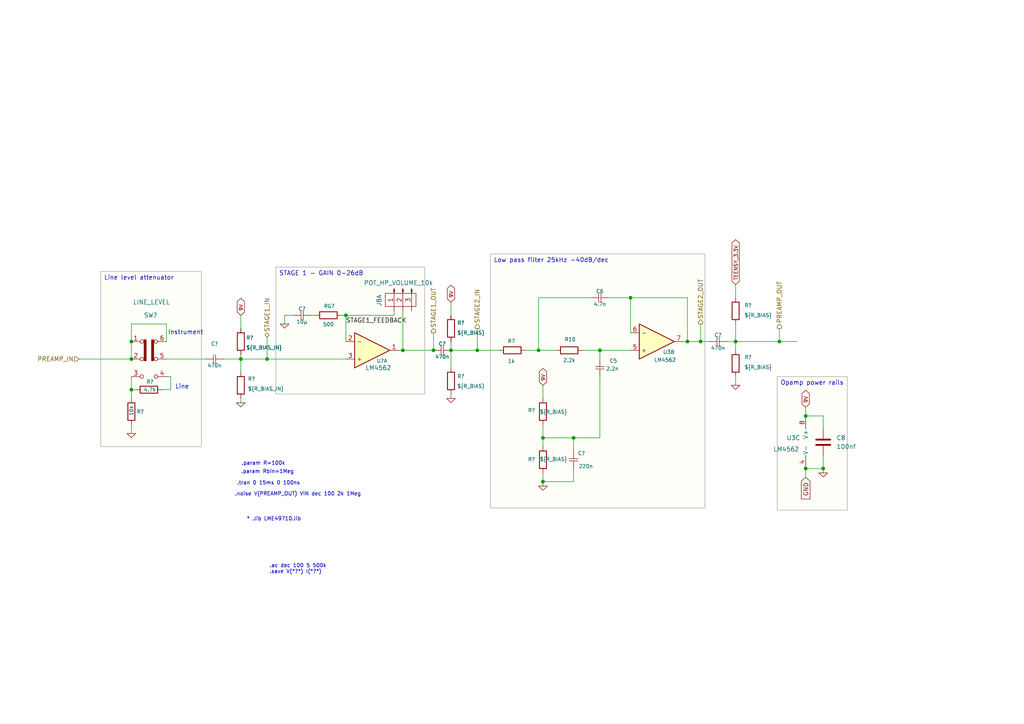
<source format=kicad_sch>
(kicad_sch (version 20231120) (generator "eeschema") (generator_version "8.0")
  (paper "A4")
  (lib_symbols
    (symbol "Amplifier_Operational:LM4562" (pin_names (offset 0.127))
      (property "Reference" "U" (at 0 5.08 0))
      (property "Value" "LM4562" (at 0 -5.08 0))
      (symbol "LM4562_1_1"
        (polyline (pts (xy -5.08 5.08) (xy 5.08 0) (xy -5.08 -5.08) (xy -5.08 5.08)) (stroke (width 0.254)) (fill (type background)))
        (pin output line (at 7.62 0 180) (length 2.54) (name "~") (number "1"))
        (pin input line (at -7.62 -2.54 0) (length 2.54) (name "-") (number "2"))
        (pin input line (at -7.62 2.54 0) (length 2.54) (name "+") (number "3"))
      )
      (symbol "LM4562_2_1"
        (polyline (pts (xy -5.08 5.08) (xy 5.08 0) (xy -5.08 -5.08) (xy -5.08 5.08)) (stroke (width 0.254)) (fill (type background)))
        (pin input line (at -7.62 2.54 0) (length 2.54) (name "+") (number "5"))
        (pin input line (at -7.62 -2.54 0) (length 2.54) (name "-") (number "6"))
        (pin output line (at 7.62 0 180) (length 2.54) (name "~") (number "7"))
      )
      (symbol "LM4562_3_1"
        (pin power_in line (at -2.54 -7.62 90) (length 3.81) (name "V-") (number "4"))
        (pin power_in line (at -2.54 7.62 270) (length 3.81) (name "V+") (number "8"))
      )
    )
    (symbol "Device:C" (pin_numbers hide) (pin_names (offset 0.254))
      (property "Reference" "C" (at 0.635 2.54 0))
      (property "Value" "C" (at 0.635 -2.54 0))
      (symbol "C_0_1"
        (polyline (pts (xy -2.032 -0.762) (xy 2.032 -0.762)) (stroke (width 0.508)))
        (polyline (pts (xy -2.032 0.762) (xy 2.032 0.762)) (stroke (width 0.508)))
      )
      (symbol "C_1_1"
        (pin passive line (at 0 3.81 270) (length 2.794) (name "~") (number "1"))
        (pin passive line (at 0 -3.81 90) (length 2.794) (name "~") (number "2"))
      )
    )
    (symbol "Device:Opamp_Dual"
      (property "Reference" "U" (at 0 5.08 0))
      (property "Value" "Opamp_Dual" (at 0 -5.08 0))
      (symbol "Opamp_Dual_1_1"
        (polyline (pts (xy -5.08 5.08) (xy 5.08 0) (xy -5.08 -5.08) (xy -5.08 5.08)) (stroke (width 0.254)) (fill (type background)))
        (pin output line (at 7.62 0 180) (length 2.54) (name "~") (number "1"))
        (pin input line (at -7.62 -2.54 0) (length 2.54) (name "-") (number "2"))
        (pin input line (at -7.62 2.54 0) (length 2.54) (name "+") (number "3"))
      )
      (symbol "Opamp_Dual_2_1"
        (polyline (pts (xy -5.08 5.08) (xy 5.08 0) (xy -5.08 -5.08) (xy -5.08 5.08)) (stroke (width 0.254)) (fill (type background)))
        (pin input line (at -7.62 2.54 0) (length 2.54) (name "+") (number "5"))
        (pin input line (at -7.62 -2.54 0) (length 2.54) (name "-") (number "6"))
        (pin output line (at 7.62 0 180) (length 2.54) (name "~") (number "7"))
      )
      (symbol "Opamp_Dual_3_1"
        (pin power_in line (at -2.54 -7.62 90) (length 3.81) (name "V-") (number "4"))
        (pin power_in line (at -2.54 7.62 270) (length 3.81) (name "V+") (number "8"))
      )
    )
    (symbol "Device:R" (pin_numbers hide) (pin_names (offset 0))
      (property "Reference" "R" (at 2.032 0 90))
      (property "Value" "R" (at 0 0 90))
      (symbol "R_0_1"
        (rectangle (start -1.016 -2.54) (end 1.016 2.54) (stroke (width 0.254)))
      )
      (symbol "R_1_1"
        (pin passive line (at 0 3.81 270) (length 1.27) (name "~") (number "1"))
        (pin passive line (at 0 -3.81 90) (length 1.27) (name "~") (number "2"))
      )
    )
    (symbol "Switch:SW_Slide_DPDT" (pin_names (offset 0) hide)
      (property "Reference" "SW" (at 0 6.858 0))
      (property "Value" "SW_Slide_DPDT" (at 0 -8.128 0))
      (symbol "SW_Slide_DPDT_0_0"
        (circle (center -2.032 -5.08) (radius 0.508))
        (circle (center -2.032 5.08) (radius 0.508))
        (circle (center 2.032 -5.08) (radius 0.508))
        (circle (center 2.032 0) (radius 0.508))
      )
      (symbol "SW_Slide_DPDT_0_1"
        (circle (center -2.032 0) (radius 0.508))
        (circle (center 2.032 5.08) (radius 0.508))
      )
      (symbol "SW_Slide_DPDT_1_1"
        (rectangle (start -1.397 5.588) (end -0.762 -0.508) (fill (type outline)))
        (rectangle (start 0.762 5.588) (end 1.397 -0.508) (fill (type outline)))
        (pin passive line (at -5.08 5.08 0) (length 2.54) (name "A") (number "1"))
        (pin passive line (at -5.08 0 0) (length 2.54) (name "B") (number "2"))
        (pin passive line (at -5.08 -5.08 0) (length 2.54) (name "C") (number "3"))
        (pin passive line (at 5.08 -5.08 180) (length 2.54) (name "A") (number "4"))
        (pin passive line (at 5.08 0 180) (length 2.54) (name "B") (number "5"))
        (pin passive line (at 5.08 5.08 180) (length 2.54) (name "C") (number "6"))
      )
    )
    (symbol "ltspice:GND" (power)
      (symbol "GND_0_0"
        (polyline (pts (xy 1.27 0) (xy -1.27 0) (xy 0 -1.1938) (xy 1.27 0) (xy -1.27 0) (xy 0 -1.1938)) (stroke (width 0.1524)))
        (pin power_in line (at 0 0 0) (length 0.0005) (name "") (number ""))
      )
    )
    (symbol "ltspice:cap" (pin_numbers hide)
      (symbol "cap_0_0"
        (polyline (pts (xy 1.27 -5.08) (xy 1.27 -2.8702)) (stroke (width 0.1524)))
        (polyline (pts (xy 1.27 0) (xy 1.27 -2.2352)) (stroke (width 0.1524)))
        (polyline (pts (xy 2.54 -2.8702) (xy 0 -2.8702)) (stroke (width 0.1524)))
        (polyline (pts (xy 2.54 -2.2352) (xy 0 -2.2352)) (stroke (width 0.1524)))
        (pin passive line (at 1.27 0 0) (length 0.0005) (name "") (number "1"))
        (pin passive line (at 1.27 -5.08 0) (length 0.0005) (name "") (number "2"))
      )
    )
    (symbol "mcguitarpedal:3x2_Headers" (pin_names (offset 0.762) hide)
      (property "Reference" "J" (at 2.54 6.35 0))
      (symbol "3x2_Headers_0_1"
        (rectangle (start 5.08 3.81) (end 1.27 -5.08))
      )
      (symbol "3x2_Headers_1_1"
        (polyline (pts (xy 1.27 -3.81) (xy 0.8636 -3.81)) (stroke (width 0.1524)))
        (polyline (pts (xy 1.27 -1.27) (xy 0.8636 -1.27)) (stroke (width 0.1524)))
        (polyline (pts (xy 1.27 1.27) (xy 0.8636 1.27)) (stroke (width 0.1524)))
        (rectangle (start 0.8636 -3.683) (end 0 -3.937) (stroke (width 0.1524)) (fill (type outline)))
        (rectangle (start 0.8636 -1.143) (end 0 -1.397) (stroke (width 0.1524)) (fill (type outline)))
        (rectangle (start 0.8636 1.397) (end 0 1.143) (stroke (width 0.1524)) (fill (type outline)))
        (pin passive line (at 6.35 1.27 180) (length 6.35) (name "Pin_1") (number "1"))
        (pin passive line (at 6.35 -1.27 180) (length 6.35) (name "Pin_2") (number "2"))
        (pin passive line (at 6.35 -3.81 180) (length 6.35) (name "Pin_3") (number "3"))
      )
      (symbol "3x2_Headers_2_1"
        (polyline (pts (xy 1.27 -3.81) (xy 0.8636 -3.81)) (stroke (width 0.1524)))
        (polyline (pts (xy 1.27 -1.27) (xy 0.8636 -1.27)) (stroke (width 0.1524)))
        (polyline (pts (xy 1.27 1.27) (xy 0.8636 1.27)) (stroke (width 0.1524)))
        (rectangle (start 0.8636 -3.683) (end 0 -3.937) (stroke (width 0.1524)) (fill (type outline)))
        (rectangle (start 0.8636 -1.143) (end 0 -1.397) (stroke (width 0.1524)) (fill (type outline)))
        (rectangle (start 0.8636 1.397) (end 0 1.143) (stroke (width 0.1524)) (fill (type outline)))
        (pin passive line (at 6.35 1.27 180) (length 6.35) (name "Pin_4") (number "4"))
        (pin passive line (at 6.35 -1.27 180) (length 6.35) (name "Pin_5") (number "5"))
        (pin passive line (at 6.35 -3.81 180) (length 6.35) (name "Pin_6") (number "6"))
      )
      (symbol "3x2_Headers_3_1"
        (pin passive line (at 6.35 1.27 180) (length 6.35) (name "Pin_7") (number "7"))
        (pin passive line (at 6.35 -1.27 180) (length 6.35) (name "Pin_8") (number "8"))
        (pin passive line (at 6.35 -3.81 180) (length 6.35) (name "Pin_9") (number "9"))
      )
    )
  )
  (junction (at 100.33 91.44))
  (junction (at 116.84 101.6))
  (junction (at 38.1 104.14))
  (junction (at 226.06 99.06))
  (junction (at 233.68 120.65))
  (junction (at 138.43 101.6))
  (junction (at 38.1 99.06))
  (junction (at 182.88 86.36))
  (junction (at 125.73 101.6))
  (junction (at 233.68 135.89))
  (junction (at 238.76 135.89))
  (junction (at 157.48 139.7))
  (junction (at 199.39 99.06))
  (junction (at 166.37 127))
  (junction (at 38.1 113.03))
  (junction (at 157.48 127))
  (junction (at 77.47 104.14))
  (junction (at 130.81 101.6))
  (junction (at 156.21 101.6))
  (junction (at 213.36 99.06))
  (junction (at 173.99 101.6))
  (junction (at 69.85 104.14))
  (junction (at 203.2 99.06))
  (wire (pts (xy 130.81 101.6) (xy 130.81 99.06)) (stroke (width 0.1524)))
  (wire (pts (xy 38.1 113.03) (xy 38.1 115.57)))
  (wire (pts (xy 166.37 135.89) (xy 166.37 139.7)))
  (wire (pts (xy 166.37 127) (xy 163.83 127)) (stroke (width 0.1524)))
  (wire (pts (xy 157.48 139.7) (xy 157.48 140.97)))
  (wire (pts (xy 100.33 91.44) (xy 100.33 99.06)))
  (wire (pts (xy 38.1 113.03) (xy 38.1 109.22)))
  (wire (pts (xy 157.48 129.54) (xy 157.48 127)))
  (wire (pts (xy 130.81 115.57) (xy 130.81 114.3)) (stroke (width 0.1524)))
  (wire (pts (xy 99.06 91.44) (xy 100.33 91.44)))
  (wire (pts (xy 152.4 101.6) (xy 156.21 101.6)) (stroke (width 0.1524)))
  (wire (pts (xy 173.99 127) (xy 173.99 109.22)) (stroke (width 0.1524)))
  (wire (pts (xy 130.81 87.63) (xy 130.81 91.44)))
  (wire (pts (xy 213.36 111.76) (xy 213.36 109.22)) (stroke (width 0.1524)))
  (wire (pts (xy 138.43 101.6) (xy 130.81 101.6)) (stroke (width 0.1524)))
  (wire (pts (xy 157.48 111.76) (xy 157.48 115.57)))
  (wire (pts (xy 213.36 93.98) (xy 213.36 99.06)) (stroke (width 0.1524)))
  (wire (pts (xy 69.85 104.14) (xy 76.2 104.14)) (stroke (width 0.1524)))
  (wire (pts (xy 173.99 101.6) (xy 182.88 101.6)))
  (wire (pts (xy 69.85 104.14) (xy 69.85 102.87)) (stroke (width 0.1524)))
  (wire (pts (xy 156.21 86.36) (xy 156.21 101.6)) (stroke (width 0.1524)))
  (wire (pts (xy 116.84 101.6) (xy 125.73 101.6)))
  (wire (pts (xy 182.88 86.36) (xy 199.39 86.36)) (stroke (width 0.1524)))
  (wire (pts (xy 233.68 135.89) (xy 238.76 135.89)))
  (wire (pts (xy 168.91 101.6) (xy 173.99 101.6)))
  (wire (pts (xy 166.37 127) (xy 166.37 130.81)) (stroke (width 0.1524)))
  (wire (pts (xy 77.47 104.14) (xy 100.33 104.14)))
  (wire (pts (xy 199.39 99.06) (xy 199.39 86.36)) (stroke (width 0.1524)))
  (wire (pts (xy 213.36 99.06) (xy 210.82 99.06)) (stroke (width 0.1524)))
  (wire (pts (xy 115.57 101.6) (xy 116.84 101.6)))
  (wire (pts (xy 166.37 127) (xy 173.99 127)) (stroke (width 0.1524)))
  (wire (pts (xy 125.73 96.52) (xy 125.73 101.6)))
  (wire (pts (xy 198.12 99.06) (xy 199.39 99.06)) (stroke (width 0.1524)))
  (wire (pts (xy 233.68 138.43) (xy 233.68 135.89)))
  (wire (pts (xy 85.09 91.44) (xy 82.55 91.44)) (stroke (width 0.1524)))
  (wire (pts (xy 138.43 95.25) (xy 138.43 101.6)) (stroke (width 0.1524)))
  (wire (pts (xy 182.88 86.36) (xy 182.88 96.52)))
  (wire (pts (xy 100.33 91.44) (xy 114.3 91.44)))
  (wire (pts (xy 22.86 104.14) (xy 38.1 104.14)))
  (wire (pts (xy 238.76 135.89) (xy 238.76 137.16)))
  (wire (pts (xy 203.2 99.06) (xy 205.74 99.06)) (stroke (width 0.1524)))
  (wire (pts (xy 69.85 91.44) (xy 69.85 95.25)))
  (wire (pts (xy 226.06 95.25) (xy 226.06 99.06)) (stroke (width 0.1524)))
  (wire (pts (xy 114.3 90.17) (xy 114.3 91.44)))
  (wire (pts (xy 77.47 97.79) (xy 77.47 104.14)))
  (wire (pts (xy 238.76 132.08) (xy 238.76 135.89)))
  (wire (pts (xy 48.26 99.06) (xy 48.26 93.98)))
  (wire (pts (xy 157.48 139.7) (xy 157.48 137.16)) (stroke (width 0.1524)))
  (wire (pts (xy 173.99 104.14) (xy 173.99 101.6)))
  (wire (pts (xy 38.1 93.98) (xy 38.1 99.06)))
  (wire (pts (xy 158.75 101.6) (xy 156.21 101.6)) (stroke (width 0.1524)))
  (wire (pts (xy 213.36 85.09) (xy 213.36 86.36)))
  (wire (pts (xy 49.53 109.22) (xy 48.26 109.22)))
  (wire (pts (xy 76.2 104.14) (xy 77.47 104.14)))
  (wire (pts (xy 130.81 101.6) (xy 130.81 106.68)) (stroke (width 0.1524)))
  (wire (pts (xy 116.84 90.17) (xy 116.84 101.6)))
  (wire (pts (xy 213.36 85.09) (xy 213.36 82.55)) (stroke (width 0.1524)))
  (wire (pts (xy 48.26 104.14) (xy 59.69 104.14)))
  (wire (pts (xy 157.48 127) (xy 163.83 127)))
  (wire (pts (xy 90.17 91.44) (xy 91.44 91.44)) (stroke (width 0.1524)))
  (wire (pts (xy 69.85 104.14) (xy 69.85 107.95)) (stroke (width 0.1524)))
  (wire (pts (xy 38.1 99.06) (xy 38.1 104.14)))
  (wire (pts (xy 82.55 93.98) (xy 82.55 91.44)) (stroke (width 0.1524)))
  (wire (pts (xy 176.53 86.36) (xy 182.88 86.36)) (stroke (width 0.1524)))
  (wire (pts (xy 233.68 118.11) (xy 233.68 120.65)))
  (wire (pts (xy 213.36 99.06) (xy 226.06 99.06)) (stroke (width 0.1524)))
  (wire (pts (xy 171.45 86.36) (xy 156.21 86.36)) (stroke (width 0.1524)))
  (wire (pts (xy 69.85 115.57) (xy 69.85 116.84)))
  (wire (pts (xy 158.75 101.6) (xy 161.29 101.6)))
  (wire (pts (xy 46.99 113.03) (xy 49.53 113.03)))
  (wire (pts (xy 38.1 123.19) (xy 38.1 125.73)))
  (wire (pts (xy 238.76 120.65) (xy 233.68 120.65)))
  (wire (pts (xy 38.1 93.98) (xy 48.26 93.98)))
  (wire (pts (xy 157.48 123.19) (xy 157.48 127)))
  (wire (pts (xy 138.43 101.6) (xy 144.78 101.6)) (stroke (width 0.1524)))
  (wire (pts (xy 226.06 99.06) (xy 231.14 99.06)) (stroke (width 0.1524)))
  (wire (pts (xy 203.2 93.98) (xy 203.2 99.06)) (stroke (width 0.1524)))
  (wire (pts (xy 213.36 101.6) (xy 213.36 99.06)) (stroke (width 0.1524)))
  (wire (pts (xy 64.77 104.14) (xy 69.85 104.14)) (stroke (width 0.1524)))
  (wire (pts (xy 49.53 113.03) (xy 49.53 109.22)))
  (wire (pts (xy 38.1 113.03) (xy 39.37 113.03)))
  (wire (pts (xy 157.48 139.7) (xy 166.37 139.7)) (stroke (width 0.1524)))
  (wire (pts (xy 238.76 124.46) (xy 238.76 120.65)))
  (wire (pts (xy 199.39 99.06) (xy 203.2 99.06)) (stroke (width 0.1524)))
  (text_box "Opamp power rails\n" (at 225.425 109.22 0) (size 20.32 38.735) (stroke (width 0) (color 160 160 160 0.6)) (fill (type color) (color 247 255 181 0.1)) (effects (font (size 1.27 1.27)) (justify left top)))
  (text_box "Line level attenuator" (at 29.21 78.74 0) (size 29.21 50.8) (stroke (width 0) (color 160 160 160 0.6)) (fill (type color) (color 247 255 181 0.1)) (effects (font (size 1.27 1.27)) (justify left top)))
  (text_box "Low pass filter 25kHz -40dB/dec" (at 142.24 73.66 0) (size 62.23 73.66) (stroke (width 0) (color 160 160 160 0.6)) (fill (type color) (color 247 255 181 0.1)) (effects (font (size 1.27 1.27)) (justify left top)))
  (text_box "STAGE 1 - GAIN 0-26dB" (at 80.01 77.47 0) (size 43.18 36.83) (stroke (width 0) (color 160 160 160 0.6)) (fill (type color) (color 247 255 181 0.1)) (effects (font (size 1.27 1.27)) (justify left top)))
  (text "Line\n" (at 52.832 112.268 0) (effects (font (size 1.27 1.27))))
  (text "Instrument" (exclude_from_sim yes) (at 53.848 96.52 0) (effects (font (size 1.27 1.27))))
  (text ".param R=100k" (at 69.977 134.493 0) (effects (font (size 1.0668 1.0668)) (justify left)))
  (text ".noise V(PREAMP_OUT) VIN dec 100 2k 1Meg" (at 68.072 143.383 0) (effects (font (size 1.0668 1.0668)) (justify left)))
  (text ".param Rbin=1Meg" (at 69.85 136.906 0) (effects (font (size 1.0668 1.0668)) (justify left)))
  (text "* .lib LME49710.lib" (at 71.501 150.622 0) (effects (font (size 1.0668 1.0668)) (justify left)))
  (text ".ac dec 100 5 500k\n.save V(*?*) I(*?*)" (at 78.105 163.576 0) (effects (font (size 1.0668 1.0668)) (justify left top)))
  (text ".tran 0 15ms 0 100ns" (at 68.707 140.208 0) (effects (font (size 1.0668 1.0668)) (justify left)))
  (label "STAGE1_FEEDBACK" (at 100.33 93.98 0))
  (global_label "9V" (shape bidirectional) (at 157.48 111.76 90) (effects (font (size 1.0668 1.0668))) (property "Intersheetrefs" "${INTERSHEET_REFS}" (effects (hide yes))))
  (global_label "9V" (shape bidirectional) (at 233.68 118.11 90) (effects (font (size 1.0668 1.0668))) (property "Intersheetrefs" "${INTERSHEET_REFS}" (effects (hide yes))))
  (global_label "9V" (shape bidirectional) (at 69.85 91.44 90) (effects (font (size 1.0668 1.0668))) (property "Intersheetrefs" "${INTERSHEET_REFS}" (effects (hide yes))))
  (global_label "GND" (shape input) (at 233.68 138.43 270) (property "Intersheetrefs" "${INTERSHEET_REFS}" (effects (hide yes))))
  (global_label "TEENSY_3.3V" (shape bidirectional) (at 213.36 82.55 90) (effects (font (size 1.0668 1.0668))) (property "Intersheetrefs" "${INTERSHEET_REFS}" (effects (hide yes))))
  (global_label "9V" (shape bidirectional) (at 130.81 87.63 90) (effects (font (size 1.0668 1.0668))) (property "Intersheetrefs" "${INTERSHEET_REFS}" (effects (hide yes))))
  (hierarchical_label "PREAMP_OUT" (shape output) (at 226.06 95.25 90))
  (hierarchical_label "STAGE2_IN" (shape output) (at 138.43 95.25 90))
  (hierarchical_label "STAGE2_OUT" (shape output) (at 203.2 93.98 90))
  (hierarchical_label "STAGE1_OUT" (shape output) (at 125.73 96.52 90))
  (hierarchical_label "STAGE1_IN" (shape bidirectional) (at 77.47 97.79 90))
  (hierarchical_label "PREAMP_IN" (shape input) (at 22.86 104.14 180))
  (symbol (lib_id "Device:R") (at 148.59 101.6 270) (unit 1)
    (property "Reference" "R7" (at 148.336 99.568 90) (effects (font (size 1.0668 1.0668)) (justify bottom)))
    (property "Value" "1k" (at 148.336 104.14 90) (effects (font (size 1.0668 1.0668)) (justify top)))
    (property "Footprint" "Resistor_THT:R_Axial_DIN0207_L6.3mm_D2.5mm_P7.62mm_Horizontal" (effects (hide yes)))
    (property "Description" "Resistor" (effects (hide yes)))
    (property "Sim.Device" "R" (effects (hide yes)))
    (property "Sim.Params" "R=${VALUE}" (effects (hide yes)))
  )
  (symbol (lib_id "Device:R") (at 69.85 111.76 0) (unit 1)
    (property "Reference" "R?" (at 71.882 109.9058 0) (effects (font (size 1.0668 1.0668)) (justify left)))
    (property "Value" "${R_BIAS_IN}" (at 71.882 112.776 0) (effects (font (size 1.0668 1.0668)) (justify left)))
    (property "Footprint" "Resistor_THT:R_Axial_DIN0207_L6.3mm_D2.5mm_P7.62mm_Horizontal" (effects (hide yes)))
    (property "Description" "Resistor" (effects (hide yes)))
    (property "Sim.Device" "R" (effects (hide yes)))
    (property "Sim.Params" "R=${VALUE}" (effects (hide yes)))
    (instances (project "" (path "" (reference "R?") (unit 1))) (project "mcguitarpedal" (path "" (reference "R4") (unit 1))))
  )
  (symbol (lib_id "ltspice:cap") (at 172.72 104.14 0) (unit 1)
    (property "Reference" "C5" (at 176.784 104.648 0) (effects (font (size 1.0668 1.0668)) (justify left)))
    (property "Value" "2.2n" (at 175.768 106.934 0) (effects (font (size 1.0668 1.0668)) (justify left)))
    (property "Footprint" "Capacitor_THT:C_Rect_L7.5mm_W6.5mm_P5.00mm" (effects (hide yes)))
    (property "Sim.Device" "C" (effects (hide yes)))
    (property "Sim.Params" "C=${VALUE}" (effects (hide yes)))
  )
  (symbol (lib_id "Device:R") (at 95.25 91.44 270) (unit 1)
    (property "Reference" "RG?" (at 95.504 89.408 90) (effects (font (size 1.0668 1.0668)) (justify bottom)))
    (property "Value" "500" (at 95.25 93.472 90) (effects (font (size 1.0668 1.0668)) (justify top)))
    (property "Footprint" "Resistor_THT:R_Axial_DIN0207_L6.3mm_D2.5mm_P7.62mm_Horizontal" (effects (hide yes)))
    (property "Description" "Resistor" (effects (hide yes)))
    (property "Sim.Device" "R" (effects (hide yes)))
    (property "Sim.Params" "R=${VALUE}" (effects (hide yes)))
    (instances (project "" (path "" (reference "RG?") (unit 1))) (project "mcguitarpedal" (path "" (reference "RG1") (unit 1))))
  )
  (symbol (lib_id "ltspice:cap") (at 176.53 85.09 270) (unit 1)
    (property "Reference" "C6" (at 173.99 85.09 90) (effects (font (size 1.0668 1.0668)) (justify bottom)))
    (property "Value" "4.7n" (at 173.99 87.63 90) (effects (font (size 1.0668 1.0668)) (justify top)))
    (property "Footprint" "Capacitor_THT:C_Rect_L7.2mm_W7.2mm_P5.00mm_FKS2_FKP2_MKS2_MKP2" (effects (hide yes)))
    (property "Sim.Device" "C" (effects (hide yes)))
    (property "Sim.Params" "C=${VALUE}" (effects (hide yes)))
  )
  (symbol (lib_id "Device:R") (at 38.1 119.38 0) (unit 1)
    (property "Reference" "R?" (at 39.624 119.38 0) (effects (font (size 1.0668 1.0668)) (justify left)))
    (property "Value" "10k" (at 38.1 120.65 90) (effects (font (size 1.0668 1.0668)) (justify left)))
    (property "Footprint" "Resistor_THT:R_Axial_DIN0207_L6.3mm_D2.5mm_P7.62mm_Horizontal" (effects (hide yes)))
    (property "Description" "Resistor" (effects (hide yes)))
    (property "Sim.Device" "R" (effects (hide yes)))
    (property "Sim.Params" "R=${VALUE}" (effects (hide yes)))
    (instances (project "" (path "" (reference "R?") (unit 1))) (project "mcguitarpedal" (path "" (reference "R1") (unit 1))))
  )
  (symbol (lib_id "ltspice:GND") (at 82.55 93.98 0) (unit 1)
    (property "Reference" "#GND?" (effects (hide yes)))
    (property "Value" "0" (effects (hide yes)))
    (instances (project "" (path "" (reference "#GND?") (unit 1))) (project "mcguitarpedal" (path "" (reference "#GND010") (unit 1))))
  )
  (symbol (lib_id "ltspice:cap") (at 165.1 130.81 0) (unit 1)
    (property "Reference" "C?" (at 168.656 132.08 0) (effects (font (size 1.0668 1.0668)) (justify bottom)))
    (property "Value" "220n" (at 169.926 134.62 0) (effects (font (size 1.0668 1.0668)) (justify top)))
    (property "Footprint" "Capacitor_THT:C_Rect_L7.2mm_W2.5mm_P5.00mm_FKS2_FKP2_MKS2_MKP2" (effects (hide yes)))
    (property "Sim.Device" "C" (effects (hide yes)))
    (property "Sim.Params" "C=${VALUE}" (effects (hide yes)))
    (instances (project "" (path "" (reference "C?") (unit 1))) (project "mcguitarpedal" (path "" (reference "C4") (unit 1))))
  )
  (symbol (lib_id "Switch:SW_Slide_DPDT") (at 43.18 104.14 0) (unit 1)
    (property "Reference" "SW?" (at 43.688 91.44 0))
    (property "Value" "LINE_LEVEL" (at 43.942 87.63 0))
    (property "Footprint" "Button_Switch_THT:SW_CK_JS202011AQN_DPDT_Angled" (effects (hide yes)))
    (property "Description" "Slide Switch, dual pole double throw" (effects (hide yes)))
  )
  (symbol (lib_id "ltspice:cap") (at 64.77 102.87 270) (unit 1)
    (property "Reference" "C?" (at 62.23 100.33 90) (effects (font (size 1.0668 1.0668)) (justify bottom)))
    (property "Value" "470n" (at 62.23 105.41 90) (effects (font (size 1.0668 1.0668)) (justify top)))
    (property "Footprint" "Capacitor_THT:C_Rect_L7.2mm_W3.5mm_P5.00mm_FKS2_FKP2_MKS2_MKP2" (effects (hide yes)))
    (property "Sim.Device" "C" (effects (hide yes)))
    (property "Sim.Params" "C=${VALUE}" (effects (hide yes)))
    (instances (project "" (path "" (reference "C?") (unit 1))) (project "mcguitarpedal" (path "" (reference "C1") (unit 1))))
  )
  (symbol (lib_id "Amplifier_Operational:LM4562") (at 236.22 128.27 0) (unit 3)
    (property "Reference" "U3" (at 228.092 127 0) (effects (justify left)))
    (property "Value" "LM4562" (at 224.282 130.302 0) (effects (justify left)))
    (property "Footprint" "LM4562:lm4562" (effects (hide yes)))
    (property "Datasheet" "http://www.ti.com/lit/ds/symlink/lm4562.pdf" (effects (hide yes)))
    (property "Description" "Dual High-Performance, High-Fidelity Audio Operational Amplifier, DIP-8/SOIC-8/TO-99-8" (effects (hide yes)))
  )
  (symbol (lib_id "ltspice:cap") (at 90.17 90.17 270) (unit 1)
    (property "Reference" "C?" (at 87.63 90.17 90) (effects (font (size 1.0668 1.0668)) (justify bottom)))
    (property "Value" "10µ" (at 87.63 92.71 90) (effects (font (size 1.0668 1.0668)) (justify top)))
    (property "Footprint" "Capacitor_THT:CP_Radial_D6.3mm_P2.50mm" (effects (hide yes)))
    (property "Sim.Device" "C" (effects (hide yes)))
    (property "Sim.Params" "C=${VALUE}" (effects (hide yes)))
    (instances (project "" (path "" (reference "C?") (unit 1))) (project "mcguitarpedal" (path "" (reference "C2") (unit 1))))
  )
  (symbol (lib_id "ltspice:GND") (at 69.85 116.84 0) (unit 1)
    (property "Reference" "#GND?" (effects (hide yes)))
    (property "Value" "0" (effects (hide yes)))
    (instances (project "" (path "" (reference "#GND?") (unit 1))) (project "mcguitarpedal" (path "" (reference "#GND09") (unit 1))))
  )
  (symbol (lib_id "ltspice:GND") (at 213.36 111.76 0) (unit 1)
    (property "Reference" "#GND?" (effects (hide yes)))
    (property "Value" "0" (effects (hide yes)))
    (instances (project "" (path "" (reference "#GND?") (unit 1))) (project "mcguitarpedal" (path "" (reference "#GND013") (unit 1))))
  )
  (symbol (lib_id "Device:C") (at 238.76 128.27 0) (unit 1)
    (property "Reference" "C8" (at 242.57 126.9999 0) (effects (justify left)))
    (property "Value" "100nf" (at 242.57 129.5399 0) (effects (justify left)))
    (property "Footprint" "Capacitor_THT:C_Rect_L7.2mm_W2.5mm_P5.00mm_FKS2_FKP2_MKS2_MKP2" (effects (hide yes)))
    (property "Description" "Unpolarized capacitor" (effects (hide yes)))
  )
  (symbol (lib_id "Device:R") (at 213.36 90.17 0) (unit 1)
    (property "Reference" "R?" (at 215.9 88.5698 0) (effects (font (size 1.0668 1.0668)) (justify left)))
    (property "Value" "${R_BIAS}" (at 215.9 91.44 0) (effects (font (size 1.0668 1.0668)) (justify left)))
    (property "Footprint" "Resistor_THT:R_Axial_DIN0207_L6.3mm_D2.5mm_P7.62mm_Horizontal" (effects (hide yes)))
    (property "Description" "Resistor" (effects (hide yes)))
    (property "Sim.Device" "R" (effects (hide yes)))
    (property "Sim.Params" "R=${VALUE}" (effects (hide yes)))
    (instances (project "" (path "" (reference "R?") (unit 1))) (project "mcguitarpedal" (path "" (reference "R11") (unit 1))))
  )
  (symbol (lib_id "Device:R") (at 157.48 119.38 0) (unit 1)
    (property "Reference" "R?" (at 154.178 119.634 0) (effects (font (size 1.0668 1.0668)) (justify bottom)))
    (property "Value" "${R_BIAS}" (at 160.528 118.872 0) (effects (font (size 1.0668 1.0668)) (justify top)))
    (property "Footprint" "Resistor_THT:R_Axial_DIN0207_L6.3mm_D2.5mm_P7.62mm_Horizontal" (effects (hide yes)))
    (property "Description" "Resistor" (effects (hide yes)))
    (property "Sim.Device" "R" (effects (hide yes)))
    (property "Sim.Params" "R=${VALUE}" (effects (hide yes)))
    (instances (project "" (path "" (reference "R?") (unit 1))) (project "mcguitarpedal" (path "" (reference "R8") (unit 1))))
  )
  (symbol (lib_id "Device:Opamp_Dual") (at 107.95 101.6 0) (mirror x) (unit 1)
    (property "Reference" "U?" (at 109.22 104.648 0) (effects (font (size 1.0668 1.0668)) (justify left)))
    (property "Value" "LM4562" (at 109.728 106.68 0))
    (property "Footprint" "LM4562:lm4562" (effects (hide yes)))
    (property "Description" "Dual operational amplifier" (effects (hide yes)))
    (property "Sim.Library" "${KICAD7_SYMBOL_DIR}/Simulation_SPICE.sp" (effects (hide yes)))
    (property "Sim.Device" "SUBCKT" (effects (hide yes)))
    (property "Sim.Params" "En=0 Enk=0 In=0 Ink=0 Rin=500Meg" (effects (hide yes)))
    (property "Sim.Name" "kicad_builtin_opamp_dual" (effects (hide yes)))
    (property "Sim.Pins" "1=out1 2=in1- 3=in1+ 4=vee 5=in2+ 6=in2- 7=out2 8=vcc" (effects (hide yes)))
    (instances (project "" (path "" (reference "U?") (unit 1))) (project "mcguitarpedal" (path "" (reference "U3") (unit 1))))
  )
  (symbol (lib_id "mcguitarpedal:3x2_Headers") (at 115.57 83.82 90) (mirror x) (unit 1)
    (property "Reference" "J8" (at 109.982 87.122 0))
    (property "Value" "POT_HP_VOLUME_10k" (at 115.57 82.042 90))
    (property "Footprint" "Connector_PinHeader_2.54mm:PinHeader_1x09_P2.54mm_Vertical" (effects (hide yes)))
  )
  (symbol (lib_id "Device:R") (at 130.81 95.25 0) (unit 1)
    (property "Reference" "R?" (at 132.588 93.6498 0) (effects (font (size 1.0668 1.0668)) (justify left)))
    (property "Value" "${R_BIAS}" (at 132.588 96.52 0) (effects (font (size 1.0668 1.0668)) (justify left)))
    (property "Footprint" "Resistor_THT:R_Axial_DIN0207_L6.3mm_D2.5mm_P7.62mm_Horizontal" (effects (hide yes)))
    (property "Description" "Resistor" (effects (hide yes)))
    (property "Sim.Device" "R" (effects (hide yes)))
    (property "Sim.Params" "R=${VALUE}" (effects (hide yes)))
    (instances (project "" (path "" (reference "R?") (unit 1))) (project "mcguitarpedal" (path "" (reference "R5") (unit 1))))
  )
  (symbol (lib_id "Device:R") (at 165.1 101.6 270) (unit 1)
    (property "Reference" "R10" (at 165.354 99.06 90) (effects (font (size 1.0668 1.0668)) (justify bottom)))
    (property "Value" "2.2k" (at 165.1 103.886 90) (effects (font (size 1.0668 1.0668)) (justify top)))
    (property "Footprint" "Resistor_THT:R_Axial_DIN0207_L6.3mm_D2.5mm_P7.62mm_Horizontal" (effects (hide yes)))
    (property "Description" "Resistor" (effects (hide yes)))
    (property "Sim.Device" "R" (effects (hide yes)))
    (property "Sim.Params" "R=${VALUE}" (effects (hide yes)))
  )
  (symbol (lib_id "Device:R") (at 130.81 110.49 0) (unit 1)
    (property "Reference" "R?" (at 132.588 109.1438 0) (effects (font (size 1.0668 1.0668)) (justify left)))
    (property "Value" "${R_BIAS}" (at 132.588 112.014 0) (effects (font (size 1.0668 1.0668)) (justify left)))
    (property "Footprint" "Resistor_THT:R_Axial_DIN0207_L6.3mm_D2.5mm_P7.62mm_Horizontal" (effects (hide yes)))
    (property "Description" "Resistor" (effects (hide yes)))
    (property "Sim.Device" "R" (effects (hide yes)))
    (property "Sim.Params" "R=${VALUE}" (effects (hide yes)))
    (instances (project "" (path "" (reference "R?") (unit 1))) (project "mcguitarpedal" (path "" (reference "R6") (unit 1))))
  )
  (symbol (lib_id "ltspice:GND") (at 238.76 137.16 0) (unit 1)
    (property "Reference" "#GND01" (effects (hide yes)))
    (property "Value" "0" (effects (hide yes)))
  )
  (symbol (lib_id "ltspice:GND") (at 130.81 115.57 0) (unit 1)
    (property "Reference" "#GND?" (effects (hide yes)))
    (property "Value" "0" (effects (hide yes)))
    (instances (project "" (path "" (reference "#GND?") (unit 1))) (project "mcguitarpedal" (path "" (reference "#GND011") (unit 1))))
  )
  (symbol (lib_id "ltspice:GND") (at 157.48 140.97 0) (unit 1)
    (property "Reference" "#GND?" (effects (hide yes)))
    (property "Value" "0" (effects (hide yes)))
    (instances (project "" (path "" (reference "#GND?") (unit 1))) (project "mcguitarpedal" (path "" (reference "#GND012") (unit 1))))
  )
  (symbol (lib_id "ltspice:GND") (at 38.1 125.73 0) (unit 1)
    (property "Reference" "#GND?" (effects (hide yes)))
    (property "Value" "0" (effects (hide yes)))
    (instances (project "" (path "" (reference "#GND?") (unit 1))) (project "mcguitarpedal" (path "" (reference "#GND08") (unit 1))))
  )
  (symbol (lib_id "Device:R") (at 213.36 105.41 0) (unit 1)
    (property "Reference" "R?" (at 215.9 103.632 0) (effects (font (size 1.0668 1.0668)) (justify left)))
    (property "Value" "${R_BIAS}" (at 215.9 106.5022 0) (effects (font (size 1.0668 1.0668)) (justify left)))
    (property "Footprint" "Resistor_THT:R_Axial_DIN0207_L6.3mm_D2.5mm_P7.62mm_Horizontal" (effects (hide yes)))
    (property "Description" "Resistor" (effects (hide yes)))
    (property "Sim.Device" "R" (effects (hide yes)))
    (property "Sim.Params" "R=${VALUE}" (effects (hide yes)))
    (instances (project "" (path "" (reference "R?") (unit 1))) (project "mcguitarpedal" (path "" (reference "R12") (unit 1))))
  )
  (symbol (lib_id "ltspice:cap") (at 130.81 100.33 270) (unit 1)
    (property "Reference" "C?" (at 128.27 100.33 90) (effects (font (size 1.0668 1.0668)) (justify bottom)))
    (property "Value" "470n" (at 128.27 102.87 90) (effects (font (size 1.0668 1.0668)) (justify top)))
    (property "Footprint" "Capacitor_THT:C_Rect_L7.2mm_W3.5mm_P5.00mm_FKS2_FKP2_MKS2_MKP2" (effects (hide yes)))
    (property "Sim.Device" "C" (effects (hide yes)))
    (property "Sim.Params" "C=${VALUE}" (effects (hide yes)))
    (instances (project "" (path "" (reference "C?") (unit 1))) (project "mcguitarpedal" (path "" (reference "C3") (unit 1))))
  )
  (symbol (lib_id "Device:R") (at 69.85 99.06 0) (unit 1)
    (property "Reference" "R?" (at 71.374 97.9678 0) (effects (font (size 1.0668 1.0668)) (justify left)))
    (property "Value" "${R_BIAS_IN}" (at 71.374 100.838 0) (effects (font (size 1.0668 1.0668)) (justify left)))
    (property "Footprint" "Resistor_THT:R_Axial_DIN0207_L6.3mm_D2.5mm_P7.62mm_Horizontal" (effects (hide yes)))
    (property "Description" "Resistor" (effects (hide yes)))
    (property "Sim.Device" "R" (effects (hide yes)))
    (property "Sim.Params" "R=${VALUE}" (effects (hide yes)))
    (instances (project "" (path "" (reference "R?") (unit 1))) (project "mcguitarpedal" (path "" (reference "R3") (unit 1))))
  )
  (symbol (lib_id "Device:Opamp_Dual") (at 190.5 99.06 0) (mirror x) (unit 2)
    (property "Reference" "U3" (at 192.278 102.108 0) (effects (font (size 1.0668 1.0668)) (justify left)))
    (property "Value" "LM4562" (at 189.738 104.394 0) (effects (font (size 1.0668 1.0668)) (justify left)))
    (property "Footprint" "LM4562:lm4562" (effects (hide yes)))
    (property "Description" "Dual operational amplifier" (effects (hide yes)))
    (property "Sim.Device" "SUBCKT" (effects (hide yes)))
    (property "Sim.Params" "En=0 Enk=0 In=0 Ink=0 Rin=500Meg" (effects (hide yes)))
    (property "Sim.Library" "${KICAD7_SYMBOL_DIR}/Simulation_SPICE.sp" (effects (hide yes)))
    (property "Sim.Name" "kicad_builtin_opamp_dual" (effects (hide yes)))
    (property "Sim.Pins" "1=out1 2=in1- 3=in1+ 4=vee 5=in2+ 6=in2- 7=out2 8=vcc" (effects (hide yes)))
  )
  (symbol (lib_id "Device:R") (at 43.18 113.03 270) (unit 1)
    (property "Reference" "R?" (at 42.418 110.744 90) (effects (font (size 1.0668 1.0668)) (justify left)))
    (property "Value" "4.7k" (at 41.656 113.03 90) (effects (font (size 1.0668 1.0668)) (justify left)))
    (property "Footprint" "Resistor_THT:R_Axial_DIN0207_L6.3mm_D2.5mm_P7.62mm_Horizontal" (effects (hide yes)))
    (property "Description" "Resistor" (effects (hide yes)))
    (property "Sim.Device" "R" (effects (hide yes)))
    (property "Sim.Params" "R=${VALUE}" (effects (hide yes)))
    (instances (project "" (path "" (reference "R?") (unit 1))) (project "mcguitarpedal" (path "" (reference "R2") (unit 1))))
  )
  (symbol (lib_id "Device:R") (at 157.48 133.35 0) (unit 1)
    (property "Reference" "R?" (at 154.178 133.858 0) (effects (font (size 1.0668 1.0668)) (justify bottom)))
    (property "Value" "${R_BIAS}" (at 160.528 132.588 0) (effects (font (size 1.0668 1.0668)) (justify top)))
    (property "Footprint" "Resistor_THT:R_Axial_DIN0207_L6.3mm_D2.5mm_P7.62mm_Horizontal" (effects (hide yes)))
    (property "Description" "Resistor" (effects (hide yes)))
    (property "Sim.Device" "R" (effects (hide yes)))
    (property "Sim.Params" "R=${VALUE}" (effects (hide yes)))
    (instances (project "" (path "" (reference "R?") (unit 1))) (project "mcguitarpedal" (path "" (reference "R9") (unit 1))))
  )
  (symbol (lib_id "ltspice:cap") (at 210.82 97.79 270) (unit 1)
    (property "Reference" "C?" (at 208.28 97.79 90) (effects (font (size 1.0668 1.0668)) (justify bottom)))
    (property "Value" "470n" (at 208.28 100.33 90) (effects (font (size 1.0668 1.0668)) (justify top)))
    (property "Footprint" "Capacitor_THT:C_Rect_L7.2mm_W3.5mm_P5.00mm_FKS2_FKP2_MKS2_MKP2" (effects (hide yes)))
    (property "Sim.Device" "C" (effects (hide yes)))
    (property "Sim.Params" "C=${VALUE}" (effects (hide yes)))
    (instances (project "" (path "" (reference "C?") (unit 1))) (project "mcguitarpedal" (path "" (reference "C7") (unit 1))))
  )
)
</source>
